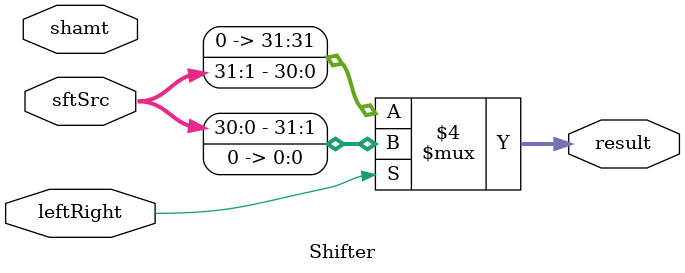
<source format=v>
module Shifter(result, leftRight, shamt, sftSrc);
    
  output wire[31:0] result;

  input wire leftRight;
  input wire[4:0] shamt;
  input wire[31:0] sftSrc ;

  /*your code here*/ 
  assign result = (leftRight == 1'b1) ? sftSrc << 1 : sftSrc >> 1;

endmodule
</source>
